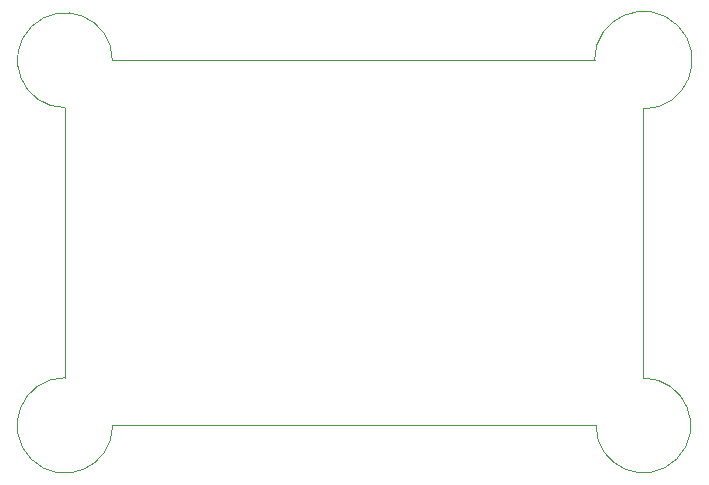
<source format=gbr>
%TF.GenerationSoftware,KiCad,Pcbnew,9.0.4*%
%TF.CreationDate,2025-12-07T20:09:46+03:30*%
%TF.ProjectId,MCU_Datalogger003_4Layer,4d43555f-4461-4746-916c-6f6767657230,2*%
%TF.SameCoordinates,Original*%
%TF.FileFunction,Profile,NP*%
%FSLAX46Y46*%
G04 Gerber Fmt 4.6, Leading zero omitted, Abs format (unit mm)*
G04 Created by KiCad (PCBNEW 9.0.4) date 2025-12-07 20:09:46*
%MOMM*%
%LPD*%
G01*
G04 APERTURE LIST*
%TA.AperFunction,Profile*%
%ADD10C,0.050000*%
%TD*%
G04 APERTURE END LIST*
D10*
X105050000Y-123438000D02*
X145975000Y-123438000D01*
X145850000Y-92513000D02*
G75*
G02*
X149984735Y-96647700I4134700J0D01*
G01*
X101009735Y-96528265D02*
G75*
G02*
X105025005Y-92513000I5J4015265D01*
G01*
X101009735Y-119397735D02*
X101009735Y-96528265D01*
X149984735Y-119428265D02*
G75*
G02*
X145974965Y-123438000I-35J-4009735D01*
G01*
X105050000Y-123438000D02*
G75*
G02*
X101009735Y-119397730I-4040270J0D01*
G01*
X149984735Y-96647699D02*
X149984735Y-119428265D01*
X105025005Y-92513000D02*
X145850000Y-92513000D01*
M02*

</source>
